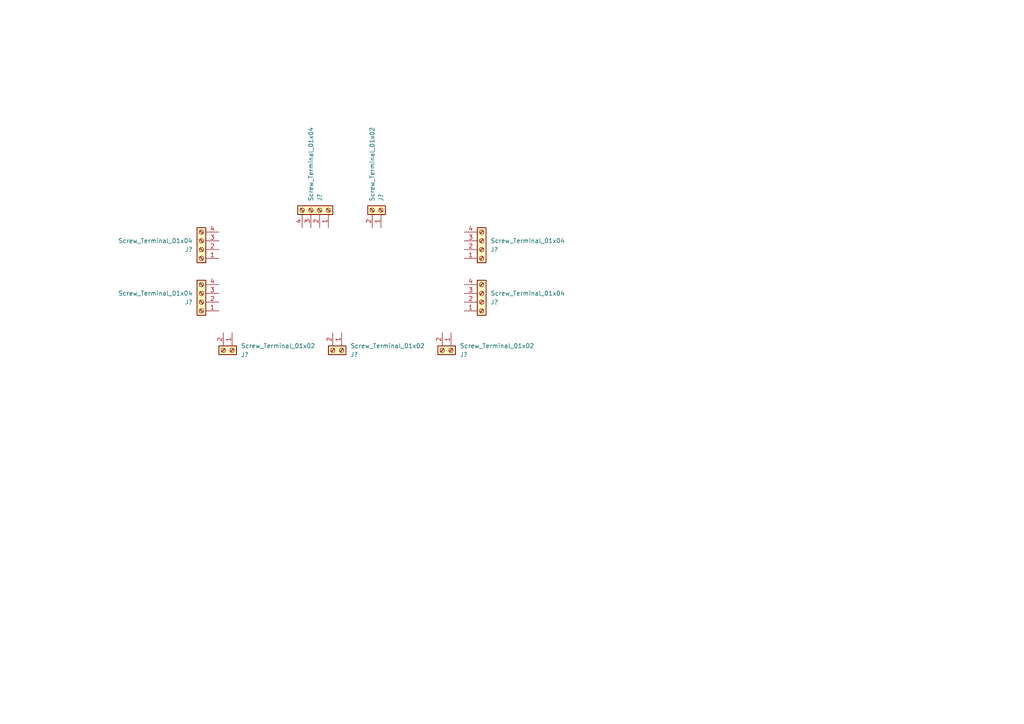
<source format=kicad_sch>
(kicad_sch (version 20211123) (generator eeschema)
  (paper "A4")
  (lib_symbols
    (symbol "Connector:Screw_Terminal_01x02" (pin_names (offset 1.016) hide)
      (property "Reference" "J" (at 0 2.54 0))
      (property "Value" "Screw_Terminal_01x02" (at 0 -5.08 0))
      (symbol "Screw_Terminal_01x02_1_1"
        (rectangle (start -1.27 1.27) (end 1.27 -3.81) (stroke (width 0.254)) (fill (type background)))
        (circle (center 0 -2.54) (radius 0.635) (stroke (width 0.1524)))
        (polyline (pts (xy -0.5334 -2.2098) (xy 0.3302 -3.048)) (stroke (width 0.1524)))
        (polyline (pts (xy -0.5334 0.3302) (xy 0.3302 -0.508)) (stroke (width 0.1524)))
        (polyline (pts (xy -0.3556 -2.032) (xy 0.508 -2.8702)) (stroke (width 0.1524)))
        (polyline (pts (xy -0.3556 0.508) (xy 0.508 -0.3302)) (stroke (width 0.1524)))
        (circle (center 0 0) (radius 0.635) (stroke (width 0.1524)))
        (pin passive line (at -5.08 0 0) (length 3.81) (name "Pin_1") (number "1"))
        (pin passive line (at -5.08 -2.54 0) (length 3.81) (name "Pin_2") (number "2"))
      )
    )
    (symbol "Connector:Screw_Terminal_01x04" (pin_names (offset 1.016) hide)
      (property "Reference" "J" (at 0 5.08 0))
      (property "Value" "Screw_Terminal_01x04" (at 0 -7.62 0))
      (symbol "Screw_Terminal_01x04_1_1"
        (rectangle (start -1.27 3.81) (end 1.27 -6.35) (stroke (width 0.254)) (fill (type background)))
        (circle (center 0 -5.08) (radius 0.635) (stroke (width 0.1524)))
        (circle (center 0 -2.54) (radius 0.635) (stroke (width 0.1524)))
        (polyline (pts (xy -0.5334 -4.7498) (xy 0.3302 -5.588)) (stroke (width 0.1524)))
        (polyline (pts (xy -0.5334 -2.2098) (xy 0.3302 -3.048)) (stroke (width 0.1524)))
        (polyline (pts (xy -0.5334 0.3302) (xy 0.3302 -0.508)) (stroke (width 0.1524)))
        (polyline (pts (xy -0.5334 2.8702) (xy 0.3302 2.032)) (stroke (width 0.1524)))
        (polyline (pts (xy -0.3556 -4.572) (xy 0.508 -5.4102)) (stroke (width 0.1524)))
        (polyline (pts (xy -0.3556 -2.032) (xy 0.508 -2.8702)) (stroke (width 0.1524)))
        (polyline (pts (xy -0.3556 0.508) (xy 0.508 -0.3302)) (stroke (width 0.1524)))
        (polyline (pts (xy -0.3556 3.048) (xy 0.508 2.2098)) (stroke (width 0.1524)))
        (circle (center 0 0) (radius 0.635) (stroke (width 0.1524)))
        (circle (center 0 2.54) (radius 0.635) (stroke (width 0.1524)))
        (pin passive line (at -5.08 2.54 0) (length 3.81) (name "Pin_1") (number "1"))
        (pin passive line (at -5.08 0 0) (length 3.81) (name "Pin_2") (number "2"))
        (pin passive line (at -5.08 -2.54 0) (length 3.81) (name "Pin_3") (number "3"))
        (pin passive line (at -5.08 -5.08 0) (length 3.81) (name "Pin_4") (number "4"))
      )
    )
  )
  (symbol (lib_id "Connector:Screw_Terminal_01x04") (at 58.42 87.63 180) (unit 1)
    (property "Reference" "J?" (at 55.88 87.6301 0) (effects (justify left)))
    (property "Value" "Screw_Terminal_01x04" (at 55.88 85.0901 0) (effects (justify left)))
    (property "Footprint" "Connector_PinHeader_2.54mm:PinHeader_1x04_P2.54mm_Vertical" (effects hide))
  )
  (symbol (lib_id "Connector:Screw_Terminal_01x02") (at 130.81 101.6 270) (unit 1)
    (property "Reference" "J?" (at 133.35 102.8701 90) (effects (justify left)))
    (property "Value" "Screw_Terminal_01x02" (at 133.35 100.3301 90) (effects (justify left)))
    (property "Footprint" "Connector_PinHeader_2.54mm:PinHeader_1x02_P2.54mm_Vertical" (effects hide))
  )
  (symbol (lib_id "Connector:Screw_Terminal_01x02") (at 67.31 101.6 270) (unit 1)
    (property "Reference" "J?" (at 69.85 102.8701 90) (effects (justify left)))
    (property "Value" "Screw_Terminal_01x02" (at 69.85 100.3301 90) (effects (justify left)))
    (property "Footprint" "Connector_PinHeader_2.54mm:PinHeader_1x02_P2.54mm_Vertical" (effects hide))
  )
  (symbol (lib_id "Connector:Screw_Terminal_01x02") (at 110.49 60.96 270) (mirror x) (unit 1)
    (property "Reference" "J?" (at 110.4901 58.42 0) (effects (justify left)))
    (property "Value" "Screw_Terminal_01x02" (at 107.9501 58.42 0) (effects (justify left)))
    (property "Footprint" "Connector_PinHeader_2.54mm:PinHeader_1x02_P2.54mm_Vertical" (effects hide))
  )
  (symbol (lib_id "Connector:Screw_Terminal_01x04") (at 139.7 87.63 0) (mirror x) (unit 1)
    (property "Reference" "J?" (at 142.24 87.6301 0) (effects (justify left)))
    (property "Value" "Screw_Terminal_01x04" (at 142.24 85.0901 0) (effects (justify left)))
    (property "Footprint" "Connector_PinHeader_2.54mm:PinHeader_1x04_P2.54mm_Vertical" (effects hide))
  )
  (symbol (lib_id "Connector:Screw_Terminal_01x04") (at 139.7 72.39 0) (mirror x) (unit 1)
    (property "Reference" "J?" (at 142.24 72.3901 0) (effects (justify left)))
    (property "Value" "Screw_Terminal_01x04" (at 142.24 69.8501 0) (effects (justify left)))
    (property "Footprint" "Connector_PinHeader_2.54mm:PinHeader_1x04_P2.54mm_Vertical" (effects hide))
  )
  (symbol (lib_id "Connector:Screw_Terminal_01x04") (at 58.42 72.39 180) (unit 1)
    (property "Reference" "J?" (at 55.88 72.3901 0) (effects (justify left)))
    (property "Value" "Screw_Terminal_01x04" (at 55.88 69.8501 0) (effects (justify left)))
    (property "Footprint" "Connector_PinHeader_2.54mm:PinHeader_1x04_P2.54mm_Vertical" (effects hide))
  )
  (symbol (lib_id "Connector:Screw_Terminal_01x02") (at 99.06 101.6 270) (unit 1)
    (property "Reference" "J?" (at 101.6 102.8701 90) (effects (justify left)))
    (property "Value" "Screw_Terminal_01x02" (at 101.6 100.3301 90) (effects (justify left)))
    (property "Footprint" "Connector_PinHeader_2.54mm:PinHeader_1x02_P2.54mm_Vertical" (effects hide))
  )
  (symbol (lib_id "Connector:Screw_Terminal_01x04") (at 92.71 60.96 270) (mirror x) (unit 1)
    (property "Reference" "J?" (at 92.7101 58.42 0) (effects (justify left)))
    (property "Value" "Screw_Terminal_01x04" (at 90.1701 58.42 0) (effects (justify left)))
    (property "Footprint" "Connector_PinHeader_2.54mm:PinHeader_1x04_P2.54mm_Vertical" (effects hide))
  )
)
</source>
